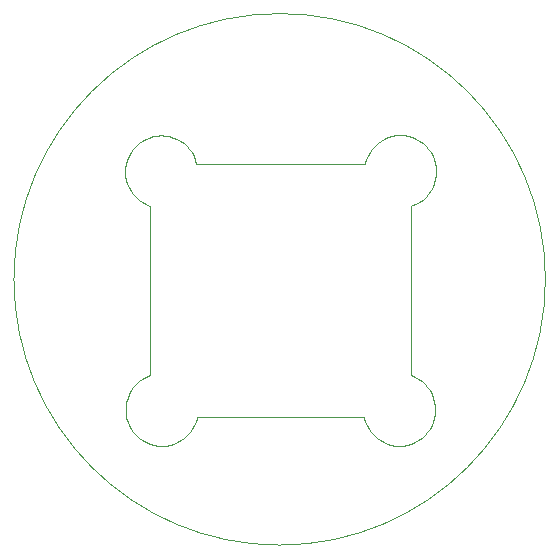
<source format=gbr>
%TF.GenerationSoftware,KiCad,Pcbnew,(7.0.0)*%
%TF.CreationDate,2023-02-25T11:53:05+01:00*%
%TF.ProjectId,rgb-spot-10w,7267622d-7370-46f7-942d-3130772e6b69,rev?*%
%TF.SameCoordinates,Original*%
%TF.FileFunction,Profile,NP*%
%FSLAX46Y46*%
G04 Gerber Fmt 4.6, Leading zero omitted, Abs format (unit mm)*
G04 Created by KiCad (PCBNEW (7.0.0)) date 2023-02-25 11:53:05*
%MOMM*%
%LPD*%
G01*
G04 APERTURE LIST*
%TA.AperFunction,Profile*%
%ADD10C,0.100000*%
%TD*%
G04 APERTURE END LIST*
D10*
X165390000Y-92600000D02*
G75*
G03*
X165390000Y-92600000I-22500000J0D01*
G01*
%TO.C,D1*%
X153432611Y-80409241D02*
X153770914Y-80466721D01*
X154100654Y-80561717D01*
X154417684Y-80693035D01*
X154718018Y-80859024D01*
X154997879Y-81057596D01*
X155253747Y-81286253D01*
X155482404Y-81542121D01*
X155680976Y-81821982D01*
X155846965Y-82122316D01*
X155978283Y-82439346D01*
X156073279Y-82769086D01*
X156130759Y-83107389D01*
X156150000Y-83450000D01*
X156130759Y-83792611D01*
X156073279Y-84130914D01*
X155978283Y-84460654D01*
X155846965Y-84777684D01*
X155680976Y-85078018D01*
X155482404Y-85357879D01*
X155253747Y-85613747D01*
X154997879Y-85842404D01*
X154718018Y-86040976D01*
X154417684Y-86206965D01*
X154100654Y-86338283D01*
X153990000Y-86370162D01*
X153990000Y-100732206D01*
X154023015Y-100741717D01*
X154340045Y-100873035D01*
X154640379Y-101039024D01*
X154920240Y-101237596D01*
X155176108Y-101466253D01*
X155404765Y-101722121D01*
X155603337Y-102001982D01*
X155769326Y-102302316D01*
X155900644Y-102619346D01*
X155995640Y-102949086D01*
X156053120Y-103287389D01*
X156072361Y-103630000D01*
X156053120Y-103972611D01*
X155995640Y-104310914D01*
X155900644Y-104640654D01*
X155769326Y-104957684D01*
X155603337Y-105258018D01*
X155404765Y-105537879D01*
X155176108Y-105793747D01*
X154920240Y-106022404D01*
X154640379Y-106220976D01*
X154340045Y-106386965D01*
X154023015Y-106518283D01*
X153693275Y-106613279D01*
X153354972Y-106670759D01*
X153012361Y-106690000D01*
X152669750Y-106670759D01*
X152331447Y-106613279D01*
X152001707Y-106518283D01*
X151684677Y-106386965D01*
X151384343Y-106220976D01*
X151104482Y-106022404D01*
X150848614Y-105793747D01*
X150619957Y-105537879D01*
X150421385Y-105258018D01*
X150255396Y-104957684D01*
X150124078Y-104640654D01*
X150029082Y-104310914D01*
X150017033Y-104240000D01*
X135897689Y-104240000D01*
X135885640Y-104310914D01*
X135790644Y-104640654D01*
X135659326Y-104957684D01*
X135493337Y-105258018D01*
X135294765Y-105537879D01*
X135066108Y-105793747D01*
X134810240Y-106022404D01*
X134530379Y-106220976D01*
X134230045Y-106386965D01*
X133913015Y-106518283D01*
X133583275Y-106613279D01*
X133244972Y-106670759D01*
X132902361Y-106690000D01*
X132559750Y-106670759D01*
X132221447Y-106613279D01*
X131891707Y-106518283D01*
X131574677Y-106386965D01*
X131274343Y-106220976D01*
X130994482Y-106022404D01*
X130738614Y-105793747D01*
X130509957Y-105537879D01*
X130311385Y-105258018D01*
X130145396Y-104957684D01*
X130014078Y-104640654D01*
X129919082Y-104310914D01*
X129861602Y-103972611D01*
X129842361Y-103630000D01*
X129861602Y-103287389D01*
X129919082Y-102949086D01*
X130014078Y-102619346D01*
X130145396Y-102302316D01*
X130311385Y-102001982D01*
X130509957Y-101722121D01*
X130738614Y-101466253D01*
X130994482Y-101237596D01*
X131274343Y-101039024D01*
X131574677Y-100873035D01*
X131891707Y-100741717D01*
X131900000Y-100739328D01*
X131900000Y-86382196D01*
X131851707Y-86368283D01*
X131534677Y-86236965D01*
X131234343Y-86070976D01*
X130954482Y-85872404D01*
X130698614Y-85643747D01*
X130469957Y-85387879D01*
X130271385Y-85108018D01*
X130105396Y-84807684D01*
X129974078Y-84490654D01*
X129879082Y-84160914D01*
X129821602Y-83822611D01*
X129802361Y-83480000D01*
X129821602Y-83137389D01*
X129879082Y-82799086D01*
X129974078Y-82469346D01*
X130105396Y-82152316D01*
X130271385Y-81851982D01*
X130469957Y-81572121D01*
X130698614Y-81316253D01*
X130954482Y-81087596D01*
X131234343Y-80889024D01*
X131534677Y-80723035D01*
X131851707Y-80591717D01*
X132181447Y-80496721D01*
X132519750Y-80439241D01*
X132862361Y-80420000D01*
X133204972Y-80439241D01*
X133543275Y-80496721D01*
X133873015Y-80591717D01*
X134190045Y-80723035D01*
X134490379Y-80889024D01*
X134770240Y-81087596D01*
X135026108Y-81316253D01*
X135254765Y-81572121D01*
X135453337Y-81851982D01*
X135619326Y-82152316D01*
X135750644Y-82469346D01*
X135845640Y-82799086D01*
X135852592Y-82840000D01*
X150094672Y-82840000D01*
X150106721Y-82769086D01*
X150201717Y-82439346D01*
X150333035Y-82122316D01*
X150499024Y-81821982D01*
X150697596Y-81542121D01*
X150926253Y-81286253D01*
X151182121Y-81057596D01*
X151461982Y-80859024D01*
X151762316Y-80693035D01*
X152079346Y-80561717D01*
X152409086Y-80466721D01*
X152747389Y-80409241D01*
X153090000Y-80390000D01*
X153432611Y-80409241D01*
%TD*%
M02*

</source>
